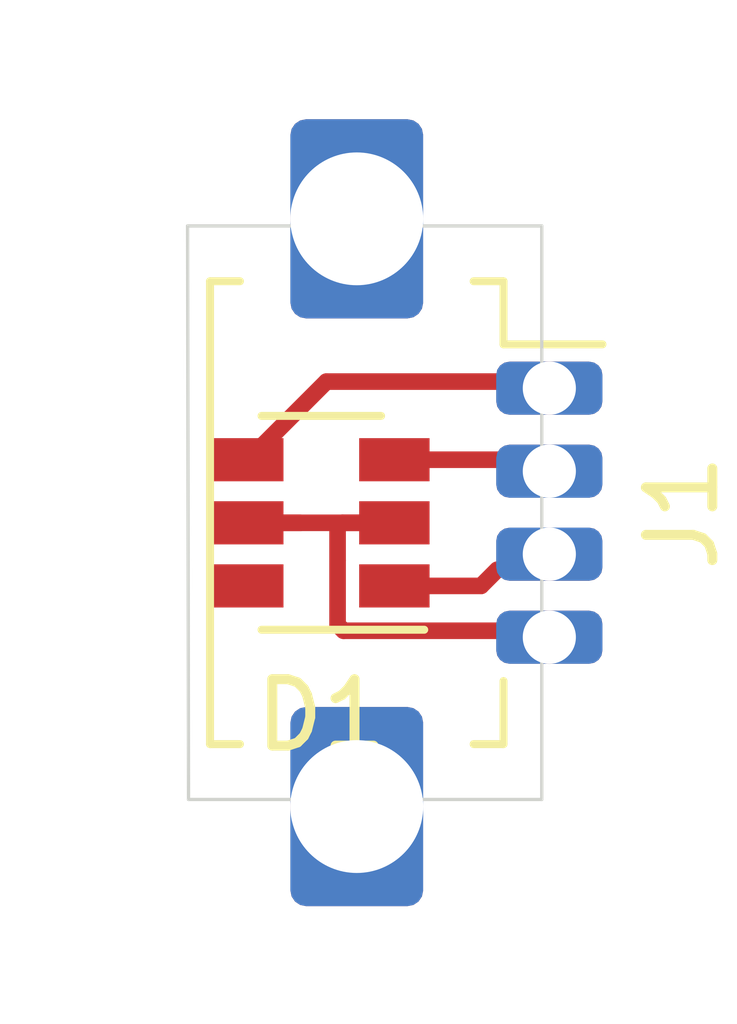
<source format=kicad_pcb>
(kicad_pcb (version 20240108) (generator "pcbnew") (generator_version "8.0")
  (layers (0 "F.Cu" signal) (31 "B.Cu" signal) (34 "B.Paste" user) (35 "F.Paste" user) (36 "B.SilkS" user "B.Silkscreen") (37 "F.SilkS" user "F.Silkscreen") (38 "B.Mask" user) (39 "F.Mask" user) (44 "Edge.Cuts" user))
  (net 0 "")
  (net 1 "Net-(D1-Pad4)")
  (net 2 "Net-(D1-Pad3)")
  (net 3 "GND")
  (net 4 "Net-(D1-Pad1)")
  (footprint "Connector_Molex:Molex_PicoBlade_53261-0471_1x04-1MP_P1.25mm_Horizontal" (layer "F.Cu") (at 145.034 122.174 -90)
    (property "Reference" "J1" (at 0 -4.4 90) (layer "F.SilkS"))
    (property "Value" "Conn_01x04_Female")
    (fp_line (start -3.485 2.71) (end 3.485 2.71) (stroke (width 0.12)) (layer "F.SilkS"))
    (fp_line (start 3.485 2.71) (end 3.485 2.26) (stroke (width 0.12)) (layer "F.SilkS"))
    (fp_line (start -3.485 2.26) (end -3.485 2.71) (stroke (width 0.12)) (layer "F.SilkS"))
    (fp_line (start -3.485 -1.26) (end -3.485 -1.71) (stroke (width 0.12)) (layer "F.SilkS"))
    (fp_line (start 3.485 -1.26) (end 3.485 -1.71) (stroke (width 0.12)) (layer "F.SilkS"))
    (fp_line (start -3.485 -1.71) (end -2.535 -1.71) (stroke (width 0.12)) (layer "F.SilkS"))
    (fp_line (start -2.535 -1.71) (end -2.535 -3.2) (stroke (width 0.12)) (layer "F.SilkS"))
    (fp_line (start 3.485 -1.71) (end 2.535 -1.71) (stroke (width 0.12)) (layer "F.SilkS"))
    (pad "1" thru_hole roundrect (at -1.875 -2.4 270) (size 0.8 1.6) (drill 0.8) (layers "*.Cu" "*.Mask") (net 1 "Net-(D1-Pad4)"))
    (pad "2" thru_hole roundrect (at -0.625 -2.4 270) (size 0.8 1.6) (drill 0.8) (layers "*.Cu" "*.Mask") (net 2 "Net-(D1-Pad3)"))
    (pad "3" thru_hole roundrect (at 0.625 -2.4 270) (size 0.8 1.6) (drill 0.8) (layers "*.Cu" "*.Mask") (net 4 "Net-(D1-Pad1)"))
    (pad "4" thru_hole roundrect (at 1.875 -2.4 270) (size 0.8 1.6) (drill 0.8) (layers "*.Cu" "*.Mask") (net 3 "GND"))
    (pad "MP" thru_hole roundrect (at -4.425 0.5 270) (size 3 2) (drill 2) (layers "*.Cu" "*.Mask") (roundrect_rratio 0.119))
    (pad "MP" thru_hole roundrect (at 4.425 0.5 270) (size 3 2) (drill 2) (layers "*.Cu" "*.Mask") (roundrect_rratio 0.119))
  )
  (footprint "Package_TO_SOT_SMD:SOT-23-6" (layer "F.Cu") (at 144 122.3264 180)
    (property "Reference" "D1" (at 0 -2.9 0) (layer "F.SilkS"))
    (property "Value" "SP0504BAHT")
    (fp_line (start 0.9 -1.61) (end -1.55 -1.61) (stroke (width 0.12)) (layer "F.SilkS"))
    (fp_line (start -0.9 1.61) (end 0.9 1.61) (stroke (width 0.12)) (layer "F.SilkS"))
    (pad "1" smd rect (at -1.1 -0.95 180) (size 1.06 0.65) (layers "F.Cu" "F.Paste" "F.Mask") (net 4 "Net-(D1-Pad1)"))
    (pad "2" smd rect (at -1.1 0 180) (size 1.06 0.65) (layers "F.Cu" "F.Paste" "F.Mask") (net 3 "GND"))
    (pad "3" smd rect (at -1.1 0.95 180) (size 1.06 0.65) (layers "F.Cu" "F.Paste" "F.Mask") (net 2 "Net-(D1-Pad3)"))
    (pad "4" smd rect (at 1.1 0.95 180) (size 1.06 0.65) (layers "F.Cu" "F.Paste" "F.Mask") (net 1 "Net-(D1-Pad4)"))
    (pad "5" smd rect (at 1.1 0 180) (size 1.06 0.65) (layers "F.Cu" "F.Paste" "F.Mask") (net 3 "GND"))
    (pad "6" smd rect (at 1.1 -0.95 180) (size 1.06 0.65) (layers "F.Cu" "F.Paste" "F.Mask"))
  )
  (gr_line (start 141.986 117.856) (end 147.32 117.856) (stroke (width 0.05)) (layer "Edge.Cuts"))
  (gr_line (start 147.32 126.492) (end 142 126.492) (stroke (width 0.05)) (layer "Edge.Cuts"))
  (gr_line (start 142 126.492) (end 141.986 117.856) (stroke (width 0.05)) (layer "Edge.Cuts"))
  (gr_line (start 147.32 117.856) (end 147.32 126.492) (stroke (width 0.05)) (layer "Edge.Cuts"))
  (segment (start 142.9 121.3764) (end 144.0764 120.2) (width 0.25) (layer "F.Cu") (net 1))
  (segment (start 144.0764 120.2) (end 146.64999 120.2) (width 0.25) (layer "F.Cu") (net 1))
  (segment (start 145.1 121.3764) (end 146.64999 121.3764) (width 0.25) (layer "F.Cu") (net 2))
  (segment (start 142.9 122.3264) (end 145.1 122.3264) (width 0.25) (layer "F.Cu") (net 3))
  (segment (start 144.32 122.3264) (end 144.244999 122.401401) (width 0.25) (layer "F.Cu") (net 3))
  (segment (start 144.244999 122.401401) (end 144.244999 122.891399) (width 0.25) (layer "F.Cu") (net 3))
  (segment (start 144.244999 123.861401) (end 144.335598 123.952) (width 0.25) (layer "F.Cu") (net 3))
  (segment (start 144.335598 123.952) (end 146.64999 123.952) (width 0.25) (layer "F.Cu") (net 3))
  (segment (start 142.9 122.3264) (end 143.68 122.3264) (width 0.25) (layer "F.Cu") (net 3))
  (segment (start 144.244999 122.891399) (end 144.244999 123.861401) (width 0.25) (layer "F.Cu") (net 3))
  (segment (start 145.1 122.3264) (end 144.32 122.3264) (width 0.25) (layer "F.Cu") (net 3))
  (segment (start 146.4056 123.2764) (end 146.64999 123.03201) (width 0.25) (layer "F.Cu") (net 4))
  (segment (start 145.1 123.2764) (end 146.4056 123.2764) (width 0.25) (layer "F.Cu") (net 4))
)
</source>
